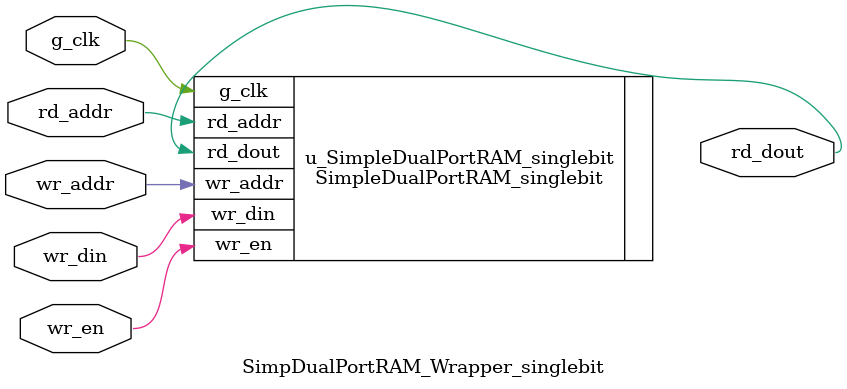
<source format=v>



`timescale 1 ns / 1 ns

module SimpDualPortRAM_Wrapper_singlebit
          (
           g_clk,
           wr_din,
           wr_addr,
           wr_en,
           rd_addr,
           rd_dout
          );


  parameter AddrWidth = 1;
  parameter DataWidth = 1;

  input   g_clk;
  input   wr_din;
  input   [AddrWidth - 1:0] wr_addr;  // parameterized width
  input   wr_en;  // ufix1
  input   [AddrWidth - 1:0] rd_addr;  // parameterized width
  output  rd_dout;



  SimpleDualPortRAM_singlebit   #  (.AddrWidth(AddrWidth),
                                    .DataWidth(DataWidth)
                                    )
                                u_SimpleDualPortRAM_singlebit   (.g_clk(g_clk),
                                                                 .wr_din(wr_din),
                                                                 .wr_addr(wr_addr),
                                                                 .wr_en(wr_en),  // ufix1
                                                                 .rd_addr(rd_addr),
                                                                 .rd_dout(rd_dout)
                                                                 );

endmodule  // SimpDualPortRAM_Wrapper_singlebit


</source>
